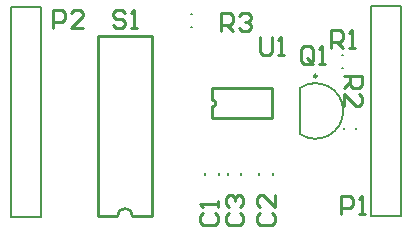
<source format=gto>
G04*
G04 #@! TF.GenerationSoftware,Altium Limited,Altium Designer,18.0.12 (696)*
G04*
G04 Layer_Color=65535*
%FSLAX25Y25*%
%MOIN*%
G70*
G01*
G75*
%ADD10C,0.01000*%
%ADD11C,0.00787*%
%ADD12C,0.00984*%
D10*
X166000Y111000D02*
G03*
X161000Y111000I-2500J0D01*
G01*
X192500Y147250D02*
G03*
X192500Y149750I0J1250D01*
G01*
X172500Y111000D02*
Y171000D01*
X154500D02*
X172500D01*
X154500Y111000D02*
Y171000D01*
Y111000D02*
X161000D01*
X166000D02*
X172500D01*
X192500Y143500D02*
Y147250D01*
Y149750D02*
Y153500D01*
X212500D01*
Y143500D02*
Y153500D01*
X192500Y143500D02*
X212500D01*
X208500Y170498D02*
Y165500D01*
X209500Y164500D01*
X211499D01*
X212499Y165500D01*
Y170498D01*
X214498Y164500D02*
X216497D01*
X215498D01*
Y170498D01*
X214498Y169498D01*
X163499Y178498D02*
X162499Y179498D01*
X160500D01*
X159500Y178498D01*
Y177499D01*
X160500Y176499D01*
X162499D01*
X163499Y175499D01*
Y174500D01*
X162499Y173500D01*
X160500D01*
X159500Y174500D01*
X165498Y173500D02*
X167497D01*
X166498D01*
Y179498D01*
X165498Y178498D01*
X195500Y172500D02*
Y178498D01*
X198499D01*
X199499Y177498D01*
Y175499D01*
X198499Y174499D01*
X195500D01*
X197499D02*
X199499Y172500D01*
X201498Y177498D02*
X202498Y178498D01*
X204497D01*
X205497Y177498D01*
Y176499D01*
X204497Y175499D01*
X203497D01*
X204497D01*
X205497Y174499D01*
Y173500D01*
X204497Y172500D01*
X202498D01*
X201498Y173500D01*
X236500Y157500D02*
X242498D01*
Y154501D01*
X241498Y153501D01*
X239499D01*
X238499Y154501D01*
Y157500D01*
Y155501D02*
X236500Y153501D01*
Y147503D02*
Y151502D01*
X240499Y147503D01*
X241498D01*
X242498Y148503D01*
Y150502D01*
X241498Y151502D01*
X232287Y167000D02*
Y172998D01*
X235286D01*
X236286Y171998D01*
Y169999D01*
X235286Y168999D01*
X232287D01*
X234287D02*
X236286Y167000D01*
X238285D02*
X240285D01*
X239285D01*
Y172998D01*
X238285Y171998D01*
X226299Y162600D02*
Y166598D01*
X225299Y167598D01*
X223300D01*
X222300Y166598D01*
Y162600D01*
X223300Y161600D01*
X225299D01*
X224299Y163599D02*
X226299Y161600D01*
X225299D02*
X226299Y162600D01*
X228298Y161600D02*
X230297D01*
X229298D01*
Y167598D01*
X228298Y166598D01*
X139500Y173500D02*
Y179498D01*
X142499D01*
X143499Y178498D01*
Y176499D01*
X142499Y175499D01*
X139500D01*
X149497Y173500D02*
X145498D01*
X149497Y177499D01*
Y178498D01*
X148497Y179498D01*
X146498D01*
X145498Y178498D01*
X235500Y111500D02*
Y117498D01*
X238499D01*
X239499Y116498D01*
Y114499D01*
X238499Y113499D01*
X235500D01*
X241498Y111500D02*
X243497D01*
X242498D01*
Y117498D01*
X241498Y116498D01*
X198002Y111999D02*
X197002Y110999D01*
Y109000D01*
X198002Y108000D01*
X202000D01*
X203000Y109000D01*
Y110999D01*
X202000Y111999D01*
X198002Y113998D02*
X197002Y114998D01*
Y116997D01*
X198002Y117997D01*
X199001D01*
X200001Y116997D01*
Y115997D01*
Y116997D01*
X201001Y117997D01*
X202000D01*
X203000Y116997D01*
Y114998D01*
X202000Y113998D01*
X208502Y111999D02*
X207502Y110999D01*
Y109000D01*
X208502Y108000D01*
X212500D01*
X213500Y109000D01*
Y110999D01*
X212500Y111999D01*
X213500Y117997D02*
Y113998D01*
X209501Y117997D01*
X208502D01*
X207502Y116997D01*
Y114998D01*
X208502Y113998D01*
X189502Y111999D02*
X188502Y110999D01*
Y109000D01*
X189502Y108000D01*
X193500D01*
X194500Y109000D01*
Y110999D01*
X193500Y111999D01*
X194500Y113998D02*
Y115997D01*
Y114998D01*
X188502D01*
X189502Y113998D01*
D11*
X221743Y138386D02*
G03*
X221742Y153613I5257J7614D01*
G01*
X125500Y110500D02*
Y180500D01*
Y110500D02*
X135500D01*
Y180500D01*
X125500D02*
X135500D01*
X185457Y178165D02*
X185850D01*
X185457Y173835D02*
X185850D01*
X245500Y110894D02*
Y180894D01*
Y110894D02*
X255500D01*
Y180894D01*
X245500D02*
X255500D01*
X240665Y139957D02*
Y140350D01*
X236335Y139957D02*
Y140350D01*
X235744Y164665D02*
X236138D01*
X235744Y160335D02*
X236138D01*
X208236Y124803D02*
Y125197D01*
X212764Y124803D02*
Y125197D01*
X190236Y124803D02*
Y125197D01*
X194764Y124803D02*
Y125197D01*
X197736Y124803D02*
Y125197D01*
X202264Y124803D02*
Y125197D01*
X221744Y138387D02*
Y153613D01*
D12*
X227492Y157614D02*
G03*
X227492Y157614I-492J0D01*
G01*
M02*

</source>
